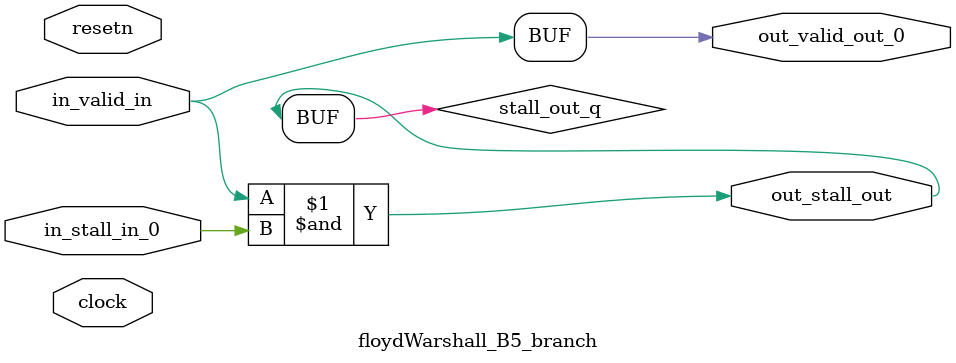
<source format=sv>



(* altera_attribute = "-name AUTO_SHIFT_REGISTER_RECOGNITION OFF; -name MESSAGE_DISABLE 10036; -name MESSAGE_DISABLE 10037; -name MESSAGE_DISABLE 14130; -name MESSAGE_DISABLE 14320; -name MESSAGE_DISABLE 15400; -name MESSAGE_DISABLE 14130; -name MESSAGE_DISABLE 10036; -name MESSAGE_DISABLE 12020; -name MESSAGE_DISABLE 12030; -name MESSAGE_DISABLE 12010; -name MESSAGE_DISABLE 12110; -name MESSAGE_DISABLE 14320; -name MESSAGE_DISABLE 13410; -name MESSAGE_DISABLE 113007; -name MESSAGE_DISABLE 10958" *)
module floydWarshall_B5_branch (
    input wire [0:0] in_stall_in_0,
    input wire [0:0] in_valid_in,
    output wire [0:0] out_stall_out,
    output wire [0:0] out_valid_out_0,
    input wire clock,
    input wire resetn
    );

    wire [0:0] stall_out_q;


    // stall_out(LOGICAL,6)
    assign stall_out_q = in_valid_in & in_stall_in_0;

    // out_stall_out(GPOUT,4)
    assign out_stall_out = stall_out_q;

    // out_valid_out_0(GPOUT,5)
    assign out_valid_out_0 = in_valid_in;

endmodule

</source>
